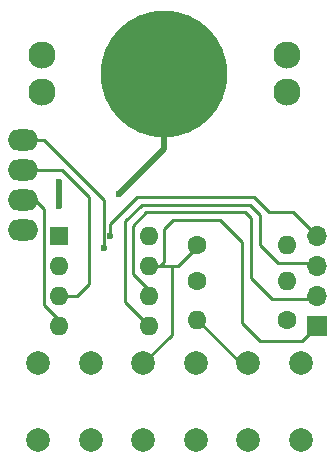
<source format=gbr>
G04 #@! TF.GenerationSoftware,KiCad,Pcbnew,(5.0.1)-4*
G04 #@! TF.CreationDate,2018-12-10T10:24:33+00:00*
G04 #@! TF.ProjectId,tinytetris,74696E797465747269732E6B69636164,rev?*
G04 #@! TF.SameCoordinates,Original*
G04 #@! TF.FileFunction,Copper,L1,Top,Signal*
G04 #@! TF.FilePolarity,Positive*
%FSLAX46Y46*%
G04 Gerber Fmt 4.6, Leading zero omitted, Abs format (unit mm)*
G04 Created by KiCad (PCBNEW (5.0.1)-4) date 10/12/2018 10:24:33*
%MOMM*%
%LPD*%
G01*
G04 APERTURE LIST*
G04 #@! TA.AperFunction,ComponentPad*
%ADD10O,2.600000X1.800000*%
G04 #@! TD*
G04 #@! TA.AperFunction,ComponentPad*
%ADD11C,2.000000*%
G04 #@! TD*
G04 #@! TA.AperFunction,ComponentPad*
%ADD12C,1.600000*%
G04 #@! TD*
G04 #@! TA.AperFunction,ComponentPad*
%ADD13O,1.600000X1.600000*%
G04 #@! TD*
G04 #@! TA.AperFunction,ComponentPad*
%ADD14R,1.600000X1.600000*%
G04 #@! TD*
G04 #@! TA.AperFunction,ComponentPad*
%ADD15R,1.700000X1.700000*%
G04 #@! TD*
G04 #@! TA.AperFunction,ComponentPad*
%ADD16O,1.700000X1.700000*%
G04 #@! TD*
G04 #@! TA.AperFunction,BGAPad,CuDef*
%ADD17C,10.750000*%
G04 #@! TD*
G04 #@! TA.AperFunction,ComponentPad*
%ADD18C,2.300000*%
G04 #@! TD*
G04 #@! TA.AperFunction,ViaPad*
%ADD19C,0.600000*%
G04 #@! TD*
G04 #@! TA.AperFunction,Conductor*
%ADD20C,0.250000*%
G04 #@! TD*
G04 #@! TA.AperFunction,Conductor*
%ADD21C,0.500000*%
G04 #@! TD*
G04 APERTURE END LIST*
D10*
G04 #@! TO.P,OLED 0.96'',1*
G04 #@! TO.N,N/C*
X140208000Y-95504000D03*
G04 #@! TO.P,OLED 0.96'',2*
X140208000Y-92964000D03*
G04 #@! TO.P,OLED 0.96'',3*
X140208000Y-90424000D03*
G04 #@! TO.P,OLED 0.96'',4*
X140208000Y-87884000D03*
G04 #@! TD*
D11*
G04 #@! TO.P,,2*
G04 #@! TO.N,N/C*
X163758000Y-113284000D03*
G04 #@! TO.P,,1*
X159258000Y-113284000D03*
G04 #@! TO.P,,2*
X163758000Y-106784000D03*
G04 #@! TO.P,,1*
X159258000Y-106784000D03*
G04 #@! TD*
G04 #@! TO.P,,2*
G04 #@! TO.N,N/C*
X145978000Y-113284000D03*
G04 #@! TO.P,,1*
X141478000Y-113284000D03*
G04 #@! TO.P,,2*
X145978000Y-106784000D03*
G04 #@! TO.P,,1*
X141478000Y-106784000D03*
G04 #@! TD*
D12*
G04 #@! TO.P,,1*
G04 #@! TO.N,N/C*
X154940000Y-96774000D03*
D13*
G04 #@! TO.P,,2*
X162560000Y-96774000D03*
G04 #@! TD*
D14*
G04 #@! TO.P,,1*
G04 #@! TO.N,N/C*
X143256000Y-96012000D03*
D13*
G04 #@! TO.P,,5*
X150876000Y-103632000D03*
G04 #@! TO.P,,2*
X143256000Y-98552000D03*
G04 #@! TO.P,,6*
X150876000Y-101092000D03*
G04 #@! TO.P,,3*
X143256000Y-101092000D03*
G04 #@! TO.P,,7*
X150876000Y-98552000D03*
G04 #@! TO.P,,4*
X143256000Y-103632000D03*
G04 #@! TO.P,,8*
X150876000Y-96012000D03*
G04 #@! TD*
D12*
G04 #@! TO.P,,1*
G04 #@! TO.N,N/C*
X154940000Y-99822000D03*
D13*
G04 #@! TO.P,,2*
X162560000Y-99822000D03*
G04 #@! TD*
D12*
G04 #@! TO.P,,1*
G04 #@! TO.N,N/C*
X162560000Y-103124000D03*
D13*
G04 #@! TO.P,,2*
X154940000Y-103124000D03*
G04 #@! TD*
D11*
G04 #@! TO.P,,2*
G04 #@! TO.N,N/C*
X154868000Y-113284000D03*
G04 #@! TO.P,,1*
X150368000Y-113284000D03*
G04 #@! TO.P,,2*
X154868000Y-106784000D03*
G04 #@! TO.P,,1*
X150368000Y-106784000D03*
G04 #@! TD*
D15*
G04 #@! TO.P,,1*
G04 #@! TO.N,N/C*
X165100000Y-103632000D03*
D16*
G04 #@! TO.P,,2*
X165100000Y-101092000D03*
G04 #@! TO.P,,3*
X165100000Y-98552000D03*
G04 #@! TO.P,,4*
X165100000Y-96012000D03*
G04 #@! TD*
D17*
G04 #@! TO.P,REF\002A\002A,2*
G04 #@! TO.N,N/C*
X152146000Y-82296000D03*
D18*
G04 #@! TO.P,REF\002A\002A,1*
X141746000Y-83796000D03*
X141746000Y-80696000D03*
X162546000Y-80696000D03*
X162546000Y-83796000D03*
G04 #@! TD*
D19*
G04 #@! TO.N,*
X148336000Y-92456000D03*
X143256000Y-93472000D03*
X143256000Y-91440000D03*
X147066000Y-97028000D03*
X147574000Y-96012000D03*
G04 #@! TD*
D20*
G04 #@! TO.N,*
X152146000Y-97155000D02*
X152146000Y-98171000D01*
X152146000Y-98171000D02*
X151765000Y-98552000D01*
X152146000Y-97282000D02*
X152146000Y-97155000D01*
X152146000Y-97155000D02*
X152146000Y-95377000D01*
X152146000Y-95377000D02*
X152908000Y-94615000D01*
X158750000Y-96520000D02*
X158750000Y-103378000D01*
X153670000Y-94615000D02*
X152908000Y-94615000D01*
X156845000Y-94615000D02*
X153670000Y-94615000D01*
X158750000Y-96520000D02*
X156845000Y-94615000D01*
X152781000Y-98552000D02*
X152781000Y-104371000D01*
X152781000Y-104371000D02*
X150368000Y-106784000D01*
X154940000Y-96774000D02*
X154940000Y-96901000D01*
X154940000Y-96901000D02*
X153289000Y-98552000D01*
X153289000Y-98552000D02*
X152781000Y-98552000D01*
X152781000Y-98552000D02*
X151765000Y-98552000D01*
X151765000Y-98552000D02*
X150876000Y-98552000D01*
D21*
X148336000Y-92456000D02*
X152146000Y-88646000D01*
X152146000Y-88646000D02*
X152146000Y-82296000D01*
X143256000Y-93472000D02*
X143256000Y-91440000D01*
D20*
X163830000Y-104902000D02*
X165100000Y-103632000D01*
X158750000Y-103378000D02*
X160274000Y-104902000D01*
X160274000Y-104902000D02*
X163830000Y-104902000D01*
X158750000Y-103378000D02*
X158750000Y-103378000D01*
X159258000Y-106784000D02*
X158600000Y-106784000D01*
X158600000Y-106784000D02*
X154940000Y-103124000D01*
X147066000Y-92964000D02*
X147066000Y-97028000D01*
X141986000Y-87884000D02*
X140208000Y-87884000D01*
X147066000Y-92964000D02*
X141986000Y-87884000D01*
X150622000Y-93980000D02*
X159004000Y-93980000D01*
X159004000Y-93980000D02*
X159512000Y-94488000D01*
X149479000Y-95123000D02*
X150622000Y-93980000D01*
X159512000Y-94488000D02*
X159512000Y-99568000D01*
X159512000Y-99568000D02*
X161290000Y-101346000D01*
X164846000Y-101346000D02*
X161290000Y-101346000D01*
X149479000Y-99187000D02*
X149479000Y-95123000D01*
X149479000Y-99187000D02*
X150876000Y-100584000D01*
X149860000Y-92710000D02*
X159766000Y-92710000D01*
X148844000Y-94742000D02*
X150241000Y-93345000D01*
X150876000Y-103632000D02*
X148844000Y-101600000D01*
X148844000Y-101600000D02*
X148844000Y-94742000D01*
X150876000Y-103632000D02*
X150876000Y-103632000D01*
X150241000Y-93345000D02*
X159385000Y-93345000D01*
X165100000Y-96012000D02*
X163068000Y-93980000D01*
X163068000Y-93980000D02*
X161036000Y-93980000D01*
X161036000Y-93980000D02*
X159766000Y-92710000D01*
X147574000Y-94996000D02*
X149860000Y-92710000D01*
X147574000Y-96012000D02*
X147574000Y-94996000D01*
X161798000Y-98298000D02*
X164846000Y-98298000D01*
X160274000Y-96774000D02*
X161798000Y-98298000D01*
X160274000Y-94234000D02*
X160274000Y-96774000D01*
X159385000Y-93345000D02*
X160274000Y-94234000D01*
X164846000Y-98298000D02*
X165100000Y-98552000D01*
X164846000Y-101346000D02*
X165100000Y-101092000D01*
X150876000Y-98552000D02*
X150876000Y-98552000D01*
X150876000Y-101092000D02*
X150876000Y-100584000D01*
X143510000Y-101092000D02*
X144780000Y-101092000D01*
X143510000Y-90424000D02*
X140208000Y-90424000D01*
X145796000Y-92710000D02*
X143510000Y-90424000D01*
X145796000Y-100076000D02*
X145796000Y-92710000D01*
X144780000Y-101092000D02*
X145796000Y-100076000D01*
X143256000Y-103124000D02*
X141986000Y-101854000D01*
X141986000Y-101854000D02*
X141986000Y-93726000D01*
X141986000Y-93726000D02*
X141224000Y-92964000D01*
X141224000Y-92964000D02*
X140208000Y-92964000D01*
G04 #@! TD*
M02*

</source>
